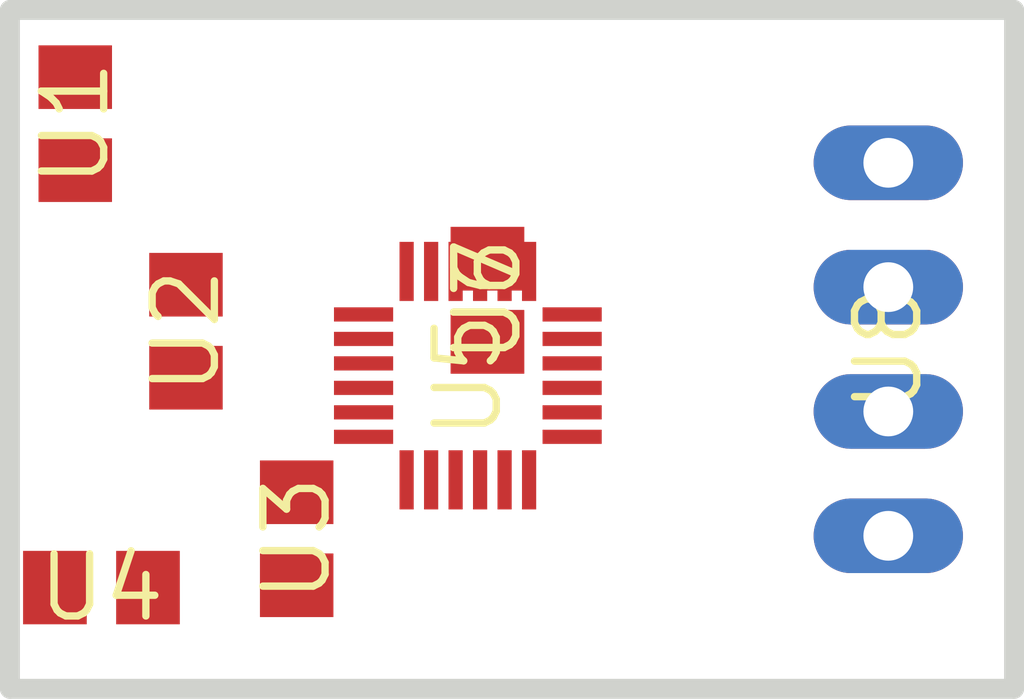
<source format=kicad_pcb>
 ( kicad_pcb  ( version 20171130 )
 ( host pcbnew "(5.1.4-0-10_14)" )
 ( general  ( thickness 1.6 )
 ( drawings 4 )
 ( tracks 0 )
 ( zones 0 )
 ( modules 8 )
 ( nets 16 )
)
 ( page A4 )
 ( layers  ( 0 Top signal )
 ( 31 Bottom signal )
 ( 32 B.Adhes user )
 ( 33 F.Adhes user )
 ( 34 B.Paste user )
 ( 35 F.Paste user )
 ( 36 B.SilkS user )
 ( 37 F.SilkS user )
 ( 38 B.Mask user )
 ( 39 F.Mask user )
 ( 40 Dwgs.User user )
 ( 41 Cmts.User user )
 ( 42 Eco1.User user )
 ( 43 Eco2.User user )
 ( 44 Edge.Cuts user )
 ( 45 Margin user )
 ( 46 B.CrtYd user )
 ( 47 F.CrtYd user )
 ( 48 B.Fab user )
 ( 49 F.Fab user )
)
 ( setup  ( last_trace_width 0.3048 )
 ( trace_clearance 0.1524 )
 ( zone_clearance 0.508 )
 ( zone_45_only no )
 ( trace_min 0.2 )
 ( via_size 0.8 )
 ( via_drill 0.4 )
 ( via_min_size 0.4 )
 ( via_min_drill 0.3 )
 ( uvia_size 0.3 )
 ( uvia_drill 0.1 )
 ( uvias_allowed yes )
 ( uvia_min_size 0.2 )
 ( uvia_min_drill 0.1 )
 ( edge_width 0.05 )
 ( segment_width 0.2 )
 ( pcb_text_width 0.3 )
 ( pcb_text_size 1.5 1.5 )
 ( mod_edge_width 0.12 )
 ( mod_text_size 1 1 )
 ( mod_text_width 0.15 )
 ( pad_size 1.524 1.524 )
 ( pad_drill 0.762 )
 ( pad_to_mask_clearance 0.051 )
 ( solder_mask_min_width 0.25 )
 ( aux_axis_origin 0 0 )
 ( visible_elements 7FFFFFFF )
 ( pcbplotparams  ( layerselection 0x010fc_ffffffff )
 ( usegerberextensions false )
 ( usegerberattributes false )
 ( usegerberadvancedattributes false )
 ( creategerberjobfile false )
 ( excludeedgelayer true )
 ( linewidth 0.100000 )
 ( plotframeref false )
 ( viasonmask false )
 ( mode 1 )
 ( useauxorigin false )
 ( hpglpennumber 1 )
 ( hpglpenspeed 20 )
 ( hpglpendiameter 15.000000 )
 ( psnegative false )
 ( psa4output false )
 ( plotreference true )
 ( plotvalue true )
 ( plotinvisibletext false )
 ( padsonsilk false )
 ( subtractmaskfromsilk false )
 ( outputformat 1 )
 ( mirror false )
 ( drillshape 1 )
 ( scaleselection 1 )
 ( outputdirectory "" )
)
)
 ( net 0 "" )
 ( net 1 GND )
 ( net 2 VDD )
 ( net 3 /SDA )
 ( net 4 /SCL )
 ( net 5 "Net-(R2-Pad1)" )
 ( net 6 "Net-(R1-Pad1)" )
 ( net 7 "Net-(U1-Pad14)" )
 ( net 8 "Net-(U1-Pad13)" )
 ( net 9 "Net-(U1-Pad12)" )
 ( net 10 "Net-(U1-Pad11)" )
 ( net 11 "Net-(U1-Pad10)" )
 ( net 12 "Net-(C1-Pad1)" )
 ( net 13 "Net-(C1-Pad2)" )
 ( net 14 "Net-(C2-Pad2)" )
 ( net 15 "Net-(U1-Pad1)" )
 ( net_class Default "This is the default net class."  ( clearance 0.1524 )
 ( trace_width 0.3048 )
 ( via_dia 0.8 )
 ( via_drill 0.4 )
 ( uvia_dia 0.3 )
 ( uvia_drill 0.1 )
 ( add_net /SCL )
 ( add_net /SDA )
 ( add_net GND )
 ( add_net "Net-(C1-Pad1)" )
 ( add_net "Net-(C1-Pad2)" )
 ( add_net "Net-(C2-Pad2)" )
 ( add_net "Net-(R1-Pad1)" )
 ( add_net "Net-(R2-Pad1)" )
 ( add_net "Net-(U1-Pad1)" )
 ( add_net "Net-(U1-Pad10)" )
 ( add_net "Net-(U1-Pad11)" )
 ( add_net "Net-(U1-Pad12)" )
 ( add_net "Net-(U1-Pad13)" )
 ( add_net "Net-(U1-Pad14)" )
 ( add_net VDD )
)
 ( module imu:C0805  ( layer Top )
 ( tedit 5DCDEC05 )
 ( tstamp 5DC8EB23 )
 ( at 139.585400 100.392600 270.000000 )
 ( descr <b>CAPACITOR</b><p> )
 ( path /A60240AA )
 ( fp_text reference U1  ( at 0 0 270 )
 ( layer F.SilkS )
 ( effects  ( font  ( size 1.27 1.27 )
 ( thickness 0.15 )
)
)
)
 ( fp_text value ""  ( at 0 0 270 )
 ( layer F.SilkS )
 ( effects  ( font  ( size 1.27 1.27 )
 ( thickness 0.15 )
)
)
)
 ( fp_poly  ( pts  ( xy -1.97 -0.98 )
 ( xy 1.97 -0.98 )
 ( xy 1.97 0.98 )
 ( xy -1.97 0.98 )
)
 ( layer F.CrtYd )
 ( width 0.05 )
)
 ( pad 2 smd rect  ( at 0.95 0 270.000000 )
 ( size 1.3 1.5 )
 ( layers Top F.Mask F.Paste )
 ( net 1 GND )
 ( solder_mask_margin 0.1016 )
)
 ( pad 1 smd rect  ( at -0.95 0 270.000000 )
 ( size 1.3 1.5 )
 ( layers Top F.Mask F.Paste )
 ( net 2 VDD )
 ( solder_mask_margin 0.1016 )
)
)
 ( module imu:C0805  ( layer Top )
 ( tedit 5DCDEC05 )
 ( tstamp 5DC8EB31 )
 ( at 141.845400 104.632600 270.000000 )
 ( descr <b>CAPACITOR</b><p> )
 ( path /C3EA450F )
 ( fp_text reference U2  ( at 0 0 270 )
 ( layer F.SilkS )
 ( effects  ( font  ( size 1.27 1.27 )
 ( thickness 0.15 )
)
)
)
 ( fp_text value ""  ( at 0 0 270 )
 ( layer F.SilkS )
 ( effects  ( font  ( size 1.27 1.27 )
 ( thickness 0.15 )
)
)
)
 ( fp_poly  ( pts  ( xy -1.97 -0.98 )
 ( xy 1.97 -0.98 )
 ( xy 1.97 0.98 )
 ( xy -1.97 0.98 )
)
 ( layer F.CrtYd )
 ( width 0.05 )
)
 ( pad 2 smd rect  ( at 0.95 0 270.000000 )
 ( size 1.3 1.5 )
 ( layers Top F.Mask F.Paste )
 ( net 1 GND )
 ( solder_mask_margin 0.1016 )
)
 ( pad 1 smd rect  ( at -0.95 0 270.000000 )
 ( size 1.3 1.5 )
 ( layers Top F.Mask F.Paste )
 ( net 2 VDD )
 ( solder_mask_margin 0.1016 )
)
)
 ( module imu:C0805  ( layer Top )
 ( tedit 5DCDEC05 )
 ( tstamp 5DC8EB3F )
 ( at 144.105400 108.872600 90.000000 )
 ( descr <b>CAPACITOR</b><p> )
 ( path /7A0BA227 )
 ( fp_text reference U3  ( at 0 0 90 )
 ( layer F.SilkS )
 ( effects  ( font  ( size 1.27 1.27 )
 ( thickness 0.15 )
)
)
)
 ( fp_text value ""  ( at 0 0 90 )
 ( layer F.SilkS )
 ( effects  ( font  ( size 1.27 1.27 )
 ( thickness 0.15 )
)
)
)
 ( fp_poly  ( pts  ( xy -1.97 -0.98 )
 ( xy 1.97 -0.98 )
 ( xy 1.97 0.98 )
 ( xy -1.97 0.98 )
)
 ( layer F.CrtYd )
 ( width 0.05 )
)
 ( pad 2 smd rect  ( at 0.95 0 90.000000 )
 ( size 1.3 1.5 )
 ( layers Top F.Mask F.Paste )
 ( net 13 "Net-(C1-Pad2)" )
 ( solder_mask_margin 0.1016 )
)
 ( pad 1 smd rect  ( at -0.95 0 90.000000 )
 ( size 1.3 1.5 )
 ( layers Top F.Mask F.Paste )
 ( net 12 "Net-(C1-Pad1)" )
 ( solder_mask_margin 0.1016 )
)
)
 ( module imu:C0805  ( layer Top )
 ( tedit 5DCDEC05 )
 ( tstamp 5DC8EB4D )
 ( at 140.120000 109.870000 180.000000 )
 ( descr <b>CAPACITOR</b><p> )
 ( path /39D9FF9F )
 ( fp_text reference U4  ( at 0 0 180 )
 ( layer F.SilkS )
 ( effects  ( font  ( size 1.27 1.27 )
 ( thickness 0.15 )
)
)
)
 ( fp_text value ""  ( at 0 0 180 )
 ( layer F.SilkS )
 ( effects  ( font  ( size 1.27 1.27 )
 ( thickness 0.15 )
)
)
)
 ( fp_poly  ( pts  ( xy -1.97 -0.98 )
 ( xy 1.97 -0.98 )
 ( xy 1.97 0.98 )
 ( xy -1.97 0.98 )
)
 ( layer F.CrtYd )
 ( width 0.05 )
)
 ( pad 2 smd rect  ( at 0.95 0 180.000000 )
 ( size 1.3 1.5 )
 ( layers Top F.Mask F.Paste )
 ( net 14 "Net-(C2-Pad2)" )
 ( solder_mask_margin 0.1016 )
)
 ( pad 1 smd rect  ( at -0.95 0 180.000000 )
 ( size 1.3 1.5 )
 ( layers Top F.Mask F.Paste )
 ( net 1 GND )
 ( solder_mask_margin 0.1016 )
)
)
 ( module imu:LGA-24  ( layer Top )
 ( tedit 5DCDEC7A )
 ( tstamp 5DC8EAD5 )
 ( at 147.600000 105.540000 270.000000 )
 ( descr "<h3>LGA 4x4x1 mm 24-lead</h3>\n<ul><li>0.5mm pitch</li>\n<li>Pads are 0.35x0.2 mm square</li>\n</ul>\n<p>This package is used for:<p>\n<ul><li>ST Micro LSM9DS0 3D accel/gyro/mag</li></ul>" )
 ( path /94FABF20 )
 ( fp_text reference U5  ( at 0 0 270 )
 ( layer F.SilkS )
 ( effects  ( font  ( size 1.27 1.27 )
 ( thickness 0.15 )
)
)
)
 ( fp_text value ""  ( at 0 0 270 )
 ( layer F.SilkS )
 ( effects  ( font  ( size 1.27 1.27 )
 ( thickness 0.15 )
)
)
)
 ( fp_poly  ( pts  ( xy -3 -3 )
 ( xy 3 -3 )
 ( xy 3 3 )
 ( xy -3 3 )
)
 ( layer F.CrtYd )
 ( width 0.1 )
)
 ( pad 24 smd rect  ( at -1.25 -2.129 270.000000 )
 ( size 0.29 1.208 )
 ( layers Top F.Mask F.Paste )
 ( net 3 /SDA )
 ( solder_mask_margin 0.1016 )
)
 ( pad 23 smd rect  ( at -0.75 -2.129 270.000000 )
 ( size 0.29 1.208 )
 ( layers Top F.Mask F.Paste )
 ( net 1 GND )
 ( solder_mask_margin 0.1016 )
)
 ( pad 22 smd rect  ( at -0.25 -2.129 270.000000 )
 ( size 0.29 1.208 )
 ( layers Top F.Mask F.Paste )
 ( net 1 GND )
 ( solder_mask_margin 0.1016 )
)
 ( pad 21 smd rect  ( at 0.25 -2.129 270.000000 )
 ( size 0.29 1.208 )
 ( layers Top F.Mask F.Paste )
 ( net 4 /SCL )
 ( solder_mask_margin 0.1016 )
)
 ( pad 20 smd rect  ( at 0.75 -2.129 270.000000 )
 ( size 0.29 1.208 )
 ( layers Top F.Mask F.Paste )
 ( net 5 "Net-(R2-Pad1)" )
 ( solder_mask_margin 0.1016 )
)
 ( pad 19 smd rect  ( at 1.25 -2.129 270.000000 )
 ( size 0.29 1.208 )
 ( layers Top F.Mask F.Paste )
 ( net 6 "Net-(R1-Pad1)" )
 ( solder_mask_margin 0.1016 )
)
 ( pad 18 smd rect  ( at 2.129 -1.25 180.000000 )
 ( size 0.29 1.208 )
 ( layers Top F.Mask F.Paste )
 ( net 2 VDD )
 ( solder_mask_margin 0.1016 )
)
 ( pad 17 smd rect  ( at 2.129 -0.75 180.000000 )
 ( size 0.29 1.208 )
 ( layers Top F.Mask F.Paste )
 ( net 2 VDD )
 ( solder_mask_margin 0.1016 )
)
 ( pad 16 smd rect  ( at 2.129 -0.25 180.000000 )
 ( size 0.29 1.208 )
 ( layers Top F.Mask F.Paste )
 ( net 2 VDD )
 ( solder_mask_margin 0.1016 )
)
 ( pad 15 smd rect  ( at 2.129 0.25 180.000000 )
 ( size 0.29 1.208 )
 ( layers Top F.Mask F.Paste )
 ( net 2 VDD )
 ( solder_mask_margin 0.1016 )
)
 ( pad 14 smd rect  ( at 2.129 0.75 180.000000 )
 ( size 0.29 1.208 )
 ( layers Top F.Mask F.Paste )
 ( net 7 "Net-(U1-Pad14)" )
 ( solder_mask_margin 0.1016 )
)
 ( pad 13 smd rect  ( at 2.129 1.25 180.000000 )
 ( size 0.29 1.208 )
 ( layers Top F.Mask F.Paste )
 ( net 8 "Net-(U1-Pad13)" )
 ( solder_mask_margin 0.1016 )
)
 ( pad 12 smd rect  ( at 1.25 2.129 90.000000 )
 ( size 0.29 1.208 )
 ( layers Top F.Mask F.Paste )
 ( net 9 "Net-(U1-Pad12)" )
 ( solder_mask_margin 0.1016 )
)
 ( pad 11 smd rect  ( at 0.75 2.129 90.000000 )
 ( size 0.29 1.208 )
 ( layers Top F.Mask F.Paste )
 ( net 10 "Net-(U1-Pad11)" )
 ( solder_mask_margin 0.1016 )
)
 ( pad 10 smd rect  ( at 0.25 2.129 90.000000 )
 ( size 0.29 1.208 )
 ( layers Top F.Mask F.Paste )
 ( net 11 "Net-(U1-Pad10)" )
 ( solder_mask_margin 0.1016 )
)
 ( pad 9 smd rect  ( at -0.25 2.129 90.000000 )
 ( size 0.29 1.208 )
 ( layers Top F.Mask F.Paste )
 ( net 12 "Net-(C1-Pad1)" )
 ( solder_mask_margin 0.1016 )
)
 ( pad 8 smd rect  ( at -0.75 2.129 90.000000 )
 ( size 0.29 1.208 )
 ( layers Top F.Mask F.Paste )
 ( net 13 "Net-(C1-Pad2)" )
 ( solder_mask_margin 0.1016 )
)
 ( pad 7 smd rect  ( at -1.25 2.129 90.000000 )
 ( size 0.29 1.208 )
 ( layers Top F.Mask F.Paste )
 ( net 14 "Net-(C2-Pad2)" )
 ( solder_mask_margin 0.1016 )
)
 ( pad 6 smd rect  ( at -2.129 1.25 )
 ( size 0.29 1.208 )
 ( layers Top F.Mask F.Paste )
 ( net 1 GND )
 ( solder_mask_margin 0.1016 )
)
 ( pad 5 smd rect  ( at -2.129 0.75 )
 ( size 0.29 1.208 )
 ( layers Top F.Mask F.Paste )
 ( net 1 GND )
 ( solder_mask_margin 0.1016 )
)
 ( pad 4 smd rect  ( at -2.129 0.25 )
 ( size 0.29 1.208 )
 ( layers Top F.Mask F.Paste )
 ( net 1 GND )
 ( solder_mask_margin 0.1016 )
)
 ( pad 3 smd rect  ( at -2.129 -0.25 )
 ( size 0.29 1.208 )
 ( layers Top F.Mask F.Paste )
 ( net 1 GND )
 ( solder_mask_margin 0.1016 )
)
 ( pad 2 smd rect  ( at -2.129 -0.75 )
 ( size 0.29 1.208 )
 ( layers Top F.Mask F.Paste )
 ( net 1 GND )
 ( solder_mask_margin 0.1016 )
)
 ( pad 1 smd rect  ( at -2.129 -1.25 )
 ( size 0.29 1.208 )
 ( layers Top F.Mask F.Paste )
 ( net 15 "Net-(U1-Pad1)" )
 ( solder_mask_margin 0.1016 )
)
)
 ( module imu:R0805  ( layer Top )
 ( tedit 5DCDEBD1 )
 ( tstamp 5DC8EB5B )
 ( at 148.000000 104.000000 270.000000 )
 ( descr "<b>RESISTOR</b><p>\nchip" )
 ( path /5FC72806 )
 ( fp_text reference U6  ( at 0 0 270 )
 ( layer F.SilkS )
 ( effects  ( font  ( size 1.27 1.27 )
 ( thickness 0.15 )
)
)
)
 ( fp_text value ""  ( at 0 0 270 )
 ( layer F.SilkS )
 ( effects  ( font  ( size 1.27 1.27 )
 ( thickness 0.15 )
)
)
)
 ( fp_poly  ( pts  ( xy -2 -1 )
 ( xy 2 -1 )
 ( xy 2 1 )
 ( xy -2 1 )
)
 ( layer F.CrtYd )
 ( width 0.1 )
)
 ( pad 2 smd rect  ( at 0.85 0 270.000000 )
 ( size 1.3 1.5 )
 ( layers Top F.Mask F.Paste )
 ( net 2 VDD )
 ( solder_mask_margin 0.1016 )
)
 ( pad 1 smd rect  ( at -0.85 0 270.000000 )
 ( size 1.3 1.5 )
 ( layers Top F.Mask F.Paste )
 ( net 6 "Net-(R1-Pad1)" )
 ( solder_mask_margin 0.1016 )
)
)
 ( module imu:R0805  ( layer Top )
 ( tedit 5DCDEBD1 )
 ( tstamp 5DC8EB69 )
 ( at 148.000000 104.000000 270.000000 )
 ( descr "<b>RESISTOR</b><p>\nchip" )
 ( path /8EFFCFBB )
 ( fp_text reference U7  ( at 0 0 270 )
 ( layer F.SilkS )
 ( effects  ( font  ( size 1.27 1.27 )
 ( thickness 0.15 )
)
)
)
 ( fp_text value ""  ( at 0 0 270 )
 ( layer F.SilkS )
 ( effects  ( font  ( size 1.27 1.27 )
 ( thickness 0.15 )
)
)
)
 ( fp_poly  ( pts  ( xy -2 -1 )
 ( xy 2 -1 )
 ( xy 2 1 )
 ( xy -2 1 )
)
 ( layer F.CrtYd )
 ( width 0.1 )
)
 ( pad 2 smd rect  ( at 0.85 0 270.000000 )
 ( size 1.3 1.5 )
 ( layers Top F.Mask F.Paste )
 ( net 2 VDD )
 ( solder_mask_margin 0.1016 )
)
 ( pad 1 smd rect  ( at -0.85 0 270.000000 )
 ( size 1.3 1.5 )
 ( layers Top F.Mask F.Paste )
 ( net 5 "Net-(R2-Pad1)" )
 ( solder_mask_margin 0.1016 )
)
)
 ( module imu:MA04-1 locked  ( layer Top )
 ( tedit 5DCDED3B )
 ( tstamp 5DC8EB77 )
 ( at 156.183000 105.002000 90.000000 )
 ( descr "<b>PIN HEADER</b>" )
 ( path /4C9F70DA )
 ( fp_text reference U8  ( at 0 0 90 )
 ( layer F.SilkS )
 ( effects  ( font  ( size 1.27 1.27 )
 ( thickness 0.15 )
)
)
)
 ( fp_text value ""  ( at 0 0 90 )
 ( layer F.SilkS )
 ( effects  ( font  ( size 1.27 1.27 )
 ( thickness 0.15 )
)
)
)
 ( fp_poly  ( pts  ( xy -5 -1.75 )
 ( xy 5 -1.75 )
 ( xy 5 1.75 )
 ( xy -5 1.75 )
)
 ( layer F.CrtYd )
 ( width 0.1 )
)
 ( fp_poly  ( pts  ( xy -5 -1.75 )
 ( xy 5 -1.75 )
 ( xy 5 1.75 )
 ( xy -5 1.75 )
)
 ( layer B.CrtYd )
 ( width 0.1 )
)
 ( pad 1 thru_hole oval  ( at -3.81 0 180.000000 )
 ( size 3.048 1.524 )
 ( drill 1.016 )
 ( layers *.Cu *.Mask )
 ( net 2 VDD )
 ( solder_mask_margin 0.1016 )
)
 ( pad 2 thru_hole oval  ( at -1.27 0 180.000000 )
 ( size 3.048 1.524 )
 ( drill 1.016 )
 ( layers *.Cu *.Mask )
 ( net 4 /SCL )
 ( solder_mask_margin 0.1016 )
)
 ( pad 3 thru_hole oval  ( at 1.27 0 180.000000 )
 ( size 3.048 1.524 )
 ( drill 1.016 )
 ( layers *.Cu *.Mask )
 ( net 3 /SDA )
 ( solder_mask_margin 0.1016 )
)
 ( pad 4 thru_hole oval  ( at 3.81 0 180.000000 )
 ( size 3.048 1.524 )
 ( drill 1.016 )
 ( layers *.Cu *.Mask )
 ( net 1 GND )
 ( solder_mask_margin 0.1016 )
)
)
 ( gr_line  ( start 138.2522 111.9378 )
 ( end 138.2522 98.0694 )
 ( layer Edge.Cuts )
 ( width 0.4064 )
 ( tstamp 1CAD9470 )
)
 ( gr_line  ( start 138.2522 98.0694 )
 ( end 158.75 98.0694 )
 ( layer Edge.Cuts )
 ( width 0.4064 )
 ( tstamp 1CAD8750 )
)
 ( gr_line  ( start 158.75 98.0694 )
 ( end 158.75 111.9378 )
 ( layer Edge.Cuts )
 ( width 0.4064 )
 ( tstamp 1CAD8CF0 )
)
 ( gr_line  ( start 158.75 111.9378 )
 ( end 138.2522 111.9378 )
 ( layer Edge.Cuts )
 ( width 0.4064 )
 ( tstamp 1CAD9BF0 )
)
)

</source>
